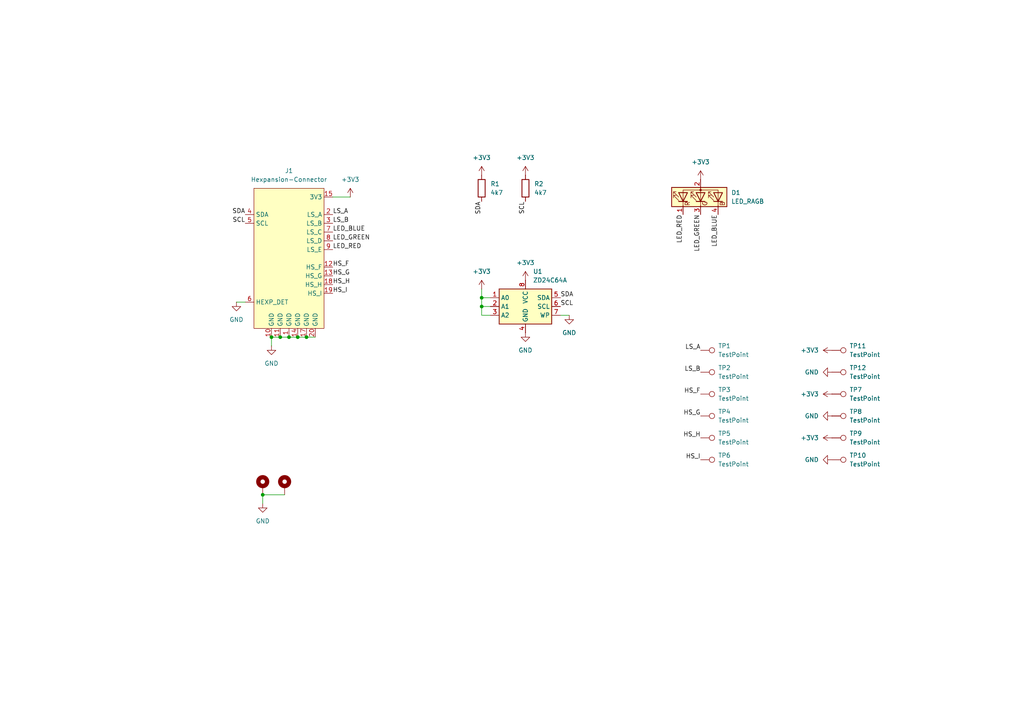
<source format=kicad_sch>
(kicad_sch (version 20231120) (generator "eeschema") (generator_version "8.0")
  (paper "A4")
  (lib_symbols
    (symbol "Connector:TestPoint" (pin_numbers hide) (pin_names (offset 0.762) hide)
      (property "Reference" "TP" (at 0 6.858 0))
      (property "Value" "TestPoint" (at 0 5.08 0))
      (symbol "TestPoint_0_1"
        (circle (center 0 3.302) (radius 0.762))
      )
      (symbol "TestPoint_1_1"
        (pin passive line (at 0 0 90) (length 2.54) (name "1") (number "1"))
      )
    )
    (symbol "Device:LED_RAGB" (pin_names (offset 0) hide)
      (property "Reference" "D" (at 0 9.398 0))
      (property "Value" "LED_RAGB" (at 0 -8.89 0))
      (symbol "LED_RAGB_0_0"
        (text "B" (at -1.905 -6.35 0) (effects (font (size 1.27 1.27))))
        (text "G" (at -1.905 -1.27 0) (effects (font (size 1.27 1.27))))
        (text "R" (at -1.905 3.81 0) (effects (font (size 1.27 1.27))))
      )
      (symbol "LED_RAGB_0_1"
        (polyline (pts (xy -1.27 -5.08) (xy -2.54 -5.08)))
        (polyline (pts (xy -1.27 -5.08) (xy 1.27 -5.08)))
        (polyline (pts (xy -1.27 -3.81) (xy -1.27 -6.35)) (stroke (width 0.254)))
        (polyline (pts (xy -1.27 0) (xy -2.54 0)))
        (polyline (pts (xy -1.27 1.27) (xy -1.27 -1.27)) (stroke (width 0.254)))
        (polyline (pts (xy -1.27 5.08) (xy -2.54 5.08)))
        (polyline (pts (xy -1.27 5.08) (xy 1.27 5.08)))
        (polyline (pts (xy -1.27 6.35) (xy -1.27 3.81)) (stroke (width 0.254)))
        (polyline (pts (xy 1.27 0) (xy -1.27 0)))
        (polyline (pts (xy 1.27 0) (xy 2.54 0)))
        (polyline (pts (xy -1.27 1.27) (xy -1.27 -1.27) (xy -1.27 -1.27)))
        (polyline (pts (xy -1.27 6.35) (xy -1.27 3.81) (xy -1.27 3.81)))
        (polyline (pts (xy 1.27 -5.08) (xy 2.032 -5.08) (xy 2.032 5.08) (xy 1.27 5.08)))
        (polyline (pts (xy 1.27 -3.81) (xy 1.27 -6.35) (xy -1.27 -5.08) (xy 1.27 -3.81)) (stroke (width 0.254)))
        (polyline (pts (xy 1.27 1.27) (xy 1.27 -1.27) (xy -1.27 0) (xy 1.27 1.27)) (stroke (width 0.254)))
        (polyline (pts (xy 1.27 6.35) (xy 1.27 3.81) (xy -1.27 5.08) (xy 1.27 6.35)) (stroke (width 0.254)))
        (polyline (pts (xy -1.016 -3.81) (xy 0.508 -2.286) (xy -0.254 -2.286) (xy 0.508 -2.286) (xy 0.508 -3.048)))
        (polyline (pts (xy -1.016 1.27) (xy 0.508 2.794) (xy -0.254 2.794) (xy 0.508 2.794) (xy 0.508 2.032)))
        (polyline (pts (xy -1.016 6.35) (xy 0.508 7.874) (xy -0.254 7.874) (xy 0.508 7.874) (xy 0.508 7.112)))
        (polyline (pts (xy 0 -3.81) (xy 1.524 -2.286) (xy 0.762 -2.286) (xy 1.524 -2.286) (xy 1.524 -3.048)))
        (polyline (pts (xy 0 1.27) (xy 1.524 2.794) (xy 0.762 2.794) (xy 1.524 2.794) (xy 1.524 2.032)))
        (polyline (pts (xy 0 6.35) (xy 1.524 7.874) (xy 0.762 7.874) (xy 1.524 7.874) (xy 1.524 7.112)))
        (rectangle (start 1.27 -1.27) (end 1.27 1.27))
        (rectangle (start 1.27 1.27) (end 1.27 1.27))
        (rectangle (start 1.27 3.81) (end 1.27 6.35))
        (rectangle (start 1.27 6.35) (end 1.27 6.35))
        (circle (center 2.032 0) (radius 0.254) (fill (type outline)))
        (rectangle (start 2.794 8.382) (end -2.794 -7.62) (stroke (width 0.254)) (fill (type background)))
      )
      (symbol "LED_RAGB_1_1"
        (pin passive line (at -5.08 5.08 0) (length 2.54) (name "RK") (number "1"))
        (pin passive line (at 5.08 0 180) (length 2.54) (name "A") (number "2"))
        (pin passive line (at -5.08 0 0) (length 2.54) (name "GK") (number "3"))
        (pin passive line (at -5.08 -5.08 0) (length 2.54) (name "BK") (number "4"))
      )
    )
    (symbol "Device:R" (pin_numbers hide) (pin_names (offset 0))
      (property "Reference" "R" (at 2.032 0 90))
      (property "Value" "R" (at 0 0 90))
      (symbol "R_0_1"
        (rectangle (start -1.016 -2.54) (end 1.016 2.54) (stroke (width 0.254)))
      )
      (symbol "R_1_1"
        (pin passive line (at 0 3.81 270) (length 1.27) (name "~") (number "1"))
        (pin passive line (at 0 -3.81 90) (length 1.27) (name "~") (number "2"))
      )
    )
    (symbol "Mechanical:MountingHole_Pad" (pin_numbers hide) (pin_names (offset 1.016) hide)
      (property "Reference" "H" (at 0 6.35 0))
      (property "Value" "MountingHole_Pad" (at 0 4.445 0))
      (symbol "MountingHole_Pad_0_1"
        (circle (center 0 1.27) (radius 1.27) (stroke (width 1.27)))
      )
      (symbol "MountingHole_Pad_1_1"
        (pin input line (at 0 -2.54 90) (length 2.54) (name "1") (number "1"))
      )
    )
    (symbol "ZD24C64A_1"
      (property "Reference" "U" (at 0 0 0))
      (property "Value" "ZD24C64A" (at 0 0 0))
      (symbol "ZD24C64A_1_1_1"
        (rectangle (start -7.62 5.08) (end 7.62 -5.08) (stroke (width 0.254)) (fill (type background)))
        (pin input line (at -10.16 2.54 0) (length 2.54) (name "A0") (number "1"))
        (pin input line (at -10.16 0 0) (length 2.54) (name "A1") (number "2"))
        (pin input line (at -10.16 -2.54 0) (length 2.54) (name "A2") (number "3"))
        (pin power_in line (at 0 -7.62 90) (length 2.54) (name "GND") (number "4"))
        (pin bidirectional line (at 10.16 2.54 180) (length 2.54) (name "SDA") (number "5"))
        (pin input line (at 10.16 0 180) (length 2.54) (name "SCL") (number "6"))
        (pin input line (at 10.16 -2.54 180) (length 2.54) (name "WP") (number "7"))
        (pin power_in line (at 0 7.62 270) (length 2.54) (name "VCC") (number "8"))
      )
    )
    (symbol "power:+3V3" (power) (pin_numbers hide) (pin_names (offset 0) hide)
      (property "Value" "+3V3" (at 0 3.556 0))
      (symbol "+3V3_0_1"
        (polyline (pts (xy -0.762 1.27) (xy 0 2.54)))
        (polyline (pts (xy 0 0) (xy 0 2.54)))
        (polyline (pts (xy 0 2.54) (xy 0.762 1.27)))
      )
      (symbol "+3V3_1_1"
        (pin power_in line (at 0 0 90) (length 0) (name "~") (number "1"))
      )
    )
    (symbol "power:GND" (power) (pin_numbers hide) (pin_names (offset 0) hide)
      (property "Value" "GND" (at 0 -3.81 0))
      (symbol "GND_0_1"
        (polyline (pts (xy 0 0) (xy 0 -1.27) (xy 1.27 -1.27) (xy 0 -2.54) (xy -1.27 -1.27) (xy 0 -1.27)))
      )
      (symbol "GND_1_1"
        (pin power_in line (at 0 0 270) (length 0) (name "~") (number "1"))
      )
    )
    (symbol "tildagon:hexpansion-edge-connector" (in_bom no)
      (property "Reference" "J" (at -6.35 17.78 0))
      (property "Value" "Hexpansion-Connector" (at 0 21.59 0))
      (symbol "hexpansion-edge-connector_1_1"
        (rectangle (start -10.16 20.32) (end 10.16 -20.32) (fill (type background)))
        (pin power_out line (at 0 -22.86 90) (length 2.54) (name "GND") (number "1"))
        (pin passive line (at -5.08 -22.86 90) (length 2.54) (name "GND") (number "10"))
        (pin passive line (at -2.54 -22.86 90) (length 2.54) (name "GND") (number "11"))
        (pin bidirectional line (at 12.7 -2.54 180) (length 2.54) (name "HS_F") (number "12"))
        (pin bidirectional line (at 12.7 -5.08 180) (length 2.54) (name "HS_G") (number "13"))
        (pin passive line (at 2.54 -22.86 90) (length 2.54) (name "GND") (number "14"))
        (pin power_out line (at 12.7 17.78 180) (length 2.54) (name "3V3") (number "15"))
        (pin passive line (at 12.7 17.78 180) (length 2.54) hide (name "3V3") (number "16"))
        (pin passive line (at 5.08 -22.86 90) (length 2.54) (name "GND") (number "17"))
        (pin bidirectional line (at 12.7 -7.62 180) (length 2.54) (name "HS_H") (number "18"))
        (pin bidirectional line (at 12.7 -10.16 180) (length 2.54) (name "HS_I") (number "19"))
        (pin bidirectional line (at 12.7 12.7 180) (length 2.54) (name "LS_A") (number "2"))
        (pin passive line (at 7.62 -22.86 90) (length 2.54) (name "GND") (number "20"))
        (pin bidirectional line (at 12.7 10.16 180) (length 2.54) (name "LS_B") (number "3"))
        (pin bidirectional line (at -12.7 12.7 0) (length 2.54) (name "SDA") (number "4"))
        (pin output line (at -12.7 10.16 0) (length 2.54) (name "SCL") (number "5"))
        (pin bidirectional line (at -12.7 -12.7 0) (length 2.54) (name "HEXP_DET") (number "6"))
        (pin bidirectional line (at 12.7 7.62 180) (length 2.54) (name "LS_C") (number "7"))
        (pin bidirectional line (at 12.7 5.08 180) (length 2.54) (name "LS_D") (number "8"))
        (pin bidirectional line (at 12.7 2.54 180) (length 2.54) (name "LS_E") (number "9"))
      )
    )
  )
  (junction (at 88.9 97.79))
  (junction (at 139.7 86.36))
  (junction (at 81.28 97.79))
  (junction (at 86.36 97.79))
  (junction (at 83.82 97.79))
  (junction (at 78.74 97.79))
  (junction (at 139.7 88.9))
  (junction (at 76.2 143.51))
  (wire (pts (xy 76.2 143.51) (xy 82.55 143.51)))
  (wire (pts (xy 81.28 97.79) (xy 83.82 97.79)))
  (wire (pts (xy 83.82 97.79) (xy 86.36 97.79)))
  (wire (pts (xy 76.2 143.51) (xy 76.2 146.05)))
  (wire (pts (xy 86.36 97.79) (xy 88.9 97.79)))
  (wire (pts (xy 162.56 91.44) (xy 165.1 91.44)))
  (wire (pts (xy 139.7 83.82) (xy 139.7 86.36)))
  (wire (pts (xy 78.74 97.79) (xy 78.74 100.33)))
  (wire (pts (xy 139.7 88.9) (xy 142.24 88.9)))
  (wire (pts (xy 96.52 57.15) (xy 101.6 57.15)))
  (wire (pts (xy 68.58 87.63) (xy 71.12 87.63)))
  (wire (pts (xy 139.7 86.36) (xy 139.7 88.9)))
  (wire (pts (xy 139.7 88.9) (xy 139.7 91.44)))
  (wire (pts (xy 139.7 86.36) (xy 142.24 86.36)))
  (wire (pts (xy 88.9 97.79) (xy 91.44 97.79)))
  (wire (pts (xy 139.7 91.44) (xy 142.24 91.44)))
  (wire (pts (xy 78.74 97.79) (xy 81.28 97.79)))
  (label "SCL" (at 152.4 58.42 270))
  (label "LS_A" (at 96.52 62.23 0))
  (label "HS_G" (at 203.2 120.65 180))
  (label "HS_H" (at 203.2 127 180))
  (label "HS_I" (at 203.2 133.35 180))
  (label "LED_RED" (at 96.52 72.39 0))
  (label "LS_B" (at 96.52 64.77 0))
  (label "HS_F" (at 203.2 114.3 180))
  (label "LS_A" (at 203.2 101.6 180))
  (label "SCL" (at 71.12 64.77 180))
  (label "LED_RED" (at 198.12 62.23 270))
  (label "LS_B" (at 203.2 107.95 180))
  (label "SCL" (at 162.56 88.9 0))
  (label "SDA" (at 71.12 62.23 180))
  (label "SDA" (at 162.56 86.36 0))
  (label "LED_BLUE" (at 208.28 62.23 270))
  (label "HS_F" (at 96.52 77.47 0))
  (label "LED_BLUE" (at 96.52 67.31 0))
  (label "SDA" (at 139.7 58.42 270))
  (label "HS_G" (at 96.52 80.01 0))
  (label "HS_H" (at 96.52 82.55 0))
  (label "LED_GREEN" (at 96.52 69.85 0))
  (label "HS_I" (at 96.52 85.09 0))
  (label "LED_GREEN" (at 203.2 62.23 270))
  (symbol (lib_id "power:GND") (at 165.1 91.44 0) (unit 1)
    (property "Reference" "#PWR011" (effects (hide yes)))
    (property "Value" "GND" (at 165.1 96.52 0))
    (property "Description" "Power symbol creates a global label with name \"GND\" , ground" (effects (hide yes)))
  )
  (symbol (lib_id "power:GND") (at 241.3 107.95 270) (unit 1)
    (property "Reference" "#PWR016" (effects (hide yes)))
    (property "Value" "GND" (at 237.49 107.9499 90) (effects (justify right)))
    (property "Description" "Power symbol creates a global label with name \"GND\" , ground" (effects (hide yes)))
  )
  (symbol (lib_id "power:+3V3") (at 203.2 52.07 0) (unit 1)
    (property "Reference" "#PWR013" (effects (hide yes)))
    (property "Value" "+3V3" (at 203.2 46.99 0))
    (property "Description" "Power symbol creates a global label with name \"+3V3\"" (effects (hide yes)))
  )
  (symbol (lib_id "power:+3V3") (at 241.3 127 90) (unit 1)
    (property "Reference" "#PWR015" (effects (hide yes)))
    (property "Value" "+3V3" (at 237.49 126.9999 90) (effects (justify left)))
    (property "Description" "Power symbol creates a global label with name \"+3V3\"" (effects (hide yes)))
  )
  (symbol (lib_id "Connector:TestPoint") (at 241.3 120.65 270) (unit 1)
    (property "Reference" "TP8" (at 246.38 119.3799 90) (effects (justify left)))
    (property "Value" "TestPoint" (at 246.38 121.9199 90) (effects (justify left)))
    (property "Footprint" "TestPoint:TestPoint_Pad_D1.0mm" (effects (hide yes)))
    (property "Description" "test point" (effects (hide yes)))
  )
  (symbol (lib_id "power:GND") (at 241.3 120.65 270) (unit 1)
    (property "Reference" "#PWR04" (effects (hide yes)))
    (property "Value" "GND" (at 237.49 120.6499 90) (effects (justify right)))
    (property "Description" "Power symbol creates a global label with name \"GND\" , ground" (effects (hide yes)))
  )
  (symbol (lib_id "power:+3V3") (at 241.3 101.6 90) (unit 1)
    (property "Reference" "#PWR017" (effects (hide yes)))
    (property "Value" "+3V3" (at 237.49 101.5999 90) (effects (justify left)))
    (property "Description" "Power symbol creates a global label with name \"+3V3\"" (effects (hide yes)))
  )
  (symbol (lib_id "power:+3V3") (at 101.6 57.15 0) (unit 1)
    (property "Reference" "#PWR05" (effects (hide yes)))
    (property "Value" "+3V3" (at 101.6 52.07 0))
    (property "Description" "Power symbol creates a global label with name \"+3V3\"" (effects (hide yes)))
  )
  (symbol (lib_id "Mechanical:MountingHole_Pad") (at 76.2 140.97 0) (unit 1)
    (property "Reference" "H1" (effects (hide yes)))
    (property "Value" "MountingHole_Pad" (effects (hide yes)))
    (property "Footprint" "MountingHole:MountingHole_2.2mm_M2_Pad_Via" (effects (hide yes)))
  )
  (symbol (lib_id "Connector:TestPoint") (at 203.2 120.65 270) (unit 1)
    (property "Reference" "TP4" (at 208.28 119.3799 90) (effects (justify left)))
    (property "Value" "TestPoint" (at 208.28 121.9199 90) (effects (justify left)))
    (property "Footprint" "TestPoint:TestPoint_Pad_D1.0mm" (effects (hide yes)))
    (property "Description" "test point" (effects (hide yes)))
  )
  (symbol (lib_id "Device:LED_RAGB") (at 203.2 57.15 90) (unit 1)
    (property "Reference" "D1" (at 212.09 55.8799 90) (effects (justify right)))
    (property "Value" "LED_RAGB" (at 212.09 58.4199 90) (effects (justify right)))
    (property "Footprint" "LED_THT:LED_D5.0mm-4_RGB" (effects (hide yes)))
    (property "Description" "RGB LED, red/anode/green/blue" (effects (hide yes)))
  )
  (symbol (lib_id "power:GND") (at 78.74 100.33 0) (unit 1)
    (property "Reference" "#PWR01" (effects (hide yes)))
    (property "Value" "GND" (at 78.74 105.41 0))
    (property "Description" "Power symbol creates a global label with name \"GND\" , ground" (effects (hide yes)))
  )
  (symbol (lib_id "Connector:TestPoint") (at 203.2 114.3 270) (unit 1)
    (property "Reference" "TP3" (at 208.28 113.0299 90) (effects (justify left)))
    (property "Value" "TestPoint" (at 208.28 115.5699 90) (effects (justify left)))
    (property "Footprint" "TestPoint:TestPoint_Pad_D1.0mm" (effects (hide yes)))
    (property "Description" "test point" (effects (hide yes)))
  )
  (symbol (lib_id "Connector:TestPoint") (at 203.2 127 270) (unit 1)
    (property "Reference" "TP5" (at 208.28 125.7299 90) (effects (justify left)))
    (property "Value" "TestPoint" (at 208.28 128.2699 90) (effects (justify left)))
    (property "Footprint" "TestPoint:TestPoint_Pad_D1.0mm" (effects (hide yes)))
    (property "Description" "test point" (effects (hide yes)))
  )
  (symbol (lib_name "ZD24C64A_1") (lib_id "hexpansion:ZD24C64A") (at 152.4 88.9 0) (unit 1)
    (property "Reference" "U1" (at 154.5941 78.74 0) (effects (justify left)))
    (property "Value" "ZD24C64A" (at 154.5941 81.28 0) (effects (justify left)))
    (property "Footprint" "Package_SO:TSSOP-8_4.4x3mm_P0.65mm" (effects (hide yes)))
    (property "Datasheet" "https://www.lcsc.com/datasheet/lcsc_datasheet_2108150430_Zetta-ZD24C64A-XGMT_C2875852.pdf" (effects (hide yes)))
    (property "Description" "64Kbit 1MHz I2C TSSOP-8 EEPROM ROHS " (effects (hide yes)))
    (property "LCSC" "C2875852" (effects (hide yes)))
  )
  (symbol (lib_id "power:GND") (at 76.2 146.05 0) (unit 1)
    (property "Reference" "#PWR02" (effects (hide yes)))
    (property "Value" "GND" (at 76.2 151.13 0))
    (property "Description" "Power symbol creates a global label with name \"GND\" , ground" (effects (hide yes)))
  )
  (symbol (lib_id "Mechanical:MountingHole_Pad") (at 82.55 140.97 0) (unit 1)
    (property "Reference" "H2" (effects (hide yes)))
    (property "Value" "MountingHole_Pad" (effects (hide yes)))
    (property "Footprint" "MountingHole:MountingHole_2.2mm_M2_Pad_Via" (effects (hide yes)))
  )
  (symbol (lib_id "Connector:TestPoint") (at 203.2 107.95 270) (unit 1)
    (property "Reference" "TP2" (at 208.28 106.6799 90) (effects (justify left)))
    (property "Value" "TestPoint" (at 208.28 109.2199 90) (effects (justify left)))
    (property "Footprint" "TestPoint:TestPoint_Pad_1.0x1.0mm" (effects (hide yes)))
    (property "Description" "test point" (effects (hide yes)))
  )
  (symbol (lib_id "power:+3V3") (at 139.7 50.8 0) (unit 1)
    (property "Reference" "#PWR07" (effects (hide yes)))
    (property "Value" "+3V3" (at 139.7 45.72 0))
    (property "Description" "Power symbol creates a global label with name \"+3V3\"" (effects (hide yes)))
  )
  (symbol (lib_id "tildagon:hexpansion-edge-connector") (at 83.82 74.93 0) (unit 1) (exclude_from_sim yes) (in_bom no)
    (property "Reference" "J1" (at 83.82 49.53 0))
    (property "Value" "Hexpansion-Connector" (at 83.82 52.07 0))
    (property "Footprint" "tildagon:hexpansion-edge-connector" (effects (hide yes)))
  )
  (symbol (lib_id "power:GND") (at 241.3 133.35 270) (unit 1)
    (property "Reference" "#PWR06" (effects (hide yes)))
    (property "Value" "GND" (at 237.49 133.3499 90) (effects (justify right)))
    (property "Description" "Power symbol creates a global label with name \"GND\" , ground" (effects (hide yes)))
  )
  (symbol (lib_id "Connector:TestPoint") (at 241.3 101.6 270) (unit 1)
    (property "Reference" "TP11" (at 246.38 100.3299 90) (effects (justify left)))
    (property "Value" "TestPoint" (at 246.38 102.8699 90) (effects (justify left)))
    (property "Footprint" "TestPoint:TestPoint_Pad_1.0x1.0mm" (effects (hide yes)))
    (property "Description" "test point" (effects (hide yes)))
  )
  (symbol (lib_id "power:GND") (at 68.58 87.63 0) (unit 1)
    (property "Reference" "#PWR03" (effects (hide yes)))
    (property "Value" "GND" (at 68.58 92.71 0))
    (property "Description" "Power symbol creates a global label with name \"GND\" , ground" (effects (hide yes)))
  )
  (symbol (lib_id "power:+3V3") (at 152.4 50.8 0) (unit 1)
    (property "Reference" "#PWR08" (effects (hide yes)))
    (property "Value" "+3V3" (at 152.4 45.72 0))
    (property "Description" "Power symbol creates a global label with name \"+3V3\"" (effects (hide yes)))
  )
  (symbol (lib_id "Connector:TestPoint") (at 203.2 133.35 270) (unit 1)
    (property "Reference" "TP6" (at 208.28 132.0799 90) (effects (justify left)))
    (property "Value" "TestPoint" (at 208.28 134.6199 90) (effects (justify left)))
    (property "Footprint" "TestPoint:TestPoint_Pad_D1.0mm" (effects (hide yes)))
    (property "Description" "test point" (effects (hide yes)))
  )
  (symbol (lib_id "Connector:TestPoint") (at 241.3 127 270) (unit 1)
    (property "Reference" "TP9" (at 246.38 125.7299 90) (effects (justify left)))
    (property "Value" "TestPoint" (at 246.38 128.2699 90) (effects (justify left)))
    (property "Footprint" "TestPoint:TestPoint_Pad_D1.0mm" (effects (hide yes)))
    (property "Description" "test point" (effects (hide yes)))
  )
  (symbol (lib_id "Connector:TestPoint") (at 241.3 107.95 270) (unit 1)
    (property "Reference" "TP12" (at 246.38 106.6799 90) (effects (justify left)))
    (property "Value" "TestPoint" (at 246.38 109.2199 90) (effects (justify left)))
    (property "Footprint" "TestPoint:TestPoint_Pad_1.0x1.0mm" (effects (hide yes)))
    (property "Description" "test point" (effects (hide yes)))
  )
  (symbol (lib_id "Device:R") (at 139.7 54.61 0) (unit 1)
    (property "Reference" "R1" (at 142.24 53.3399 0) (effects (justify left)))
    (property "Value" "4k7" (at 142.24 55.8799 0) (effects (justify left)))
    (property "Footprint" "Resistor_SMD:R_0805_2012Metric" (effects (hide yes)))
    (property "Description" "Resistor" (effects (hide yes)))
    (property "LCSC" "C3017854" (effects (hide yes)))
  )
  (symbol (lib_id "Connector:TestPoint") (at 241.3 133.35 270) (unit 1)
    (property "Reference" "TP10" (at 246.38 132.0799 90) (effects (justify left)))
    (property "Value" "TestPoint" (at 246.38 134.6199 90) (effects (justify left)))
    (property "Footprint" "TestPoint:TestPoint_Pad_D1.0mm" (effects (hide yes)))
    (property "Description" "test point" (effects (hide yes)))
  )
  (symbol (lib_id "power:+3V3") (at 241.3 114.3 90) (unit 1)
    (property "Reference" "#PWR014" (effects (hide yes)))
    (property "Value" "+3V3" (at 237.49 114.2999 90) (effects (justify left)))
    (property "Description" "Power symbol creates a global label with name \"+3V3\"" (effects (hide yes)))
  )
  (symbol (lib_id "power:+3V3") (at 139.7 83.82 0) (unit 1)
    (property "Reference" "#PWR012" (effects (hide yes)))
    (property "Value" "+3V3" (at 139.7 78.74 0))
    (property "Description" "Power symbol creates a global label with name \"+3V3\"" (effects (hide yes)))
  )
  (symbol (lib_id "power:+3V3") (at 152.4 81.28 0) (unit 1)
    (property "Reference" "#PWR09" (effects (hide yes)))
    (property "Value" "+3V3" (at 152.4 76.2 0))
    (property "Description" "Power symbol creates a global label with name \"+3V3\"" (effects (hide yes)))
  )
  (symbol (lib_id "Connector:TestPoint") (at 241.3 114.3 270) (unit 1)
    (property "Reference" "TP7" (at 246.38 113.0299 90) (effects (justify left)))
    (property "Value" "TestPoint" (at 246.38 115.5699 90) (effects (justify left)))
    (property "Footprint" "TestPoint:TestPoint_Pad_D1.0mm" (effects (hide yes)))
    (property "Description" "test point" (effects (hide yes)))
  )
  (symbol (lib_id "Connector:TestPoint") (at 203.2 101.6 270) (unit 1)
    (property "Reference" "TP1" (at 208.28 100.3299 90) (effects (justify left)))
    (property "Value" "TestPoint" (at 208.28 102.8699 90) (effects (justify left)))
    (property "Footprint" "TestPoint:TestPoint_Pad_1.0x1.0mm" (effects (hide yes)))
    (property "Description" "test point" (effects (hide yes)))
  )
  (symbol (lib_id "power:GND") (at 152.4 96.52 0) (unit 1)
    (property "Reference" "#PWR010" (effects (hide yes)))
    (property "Value" "GND" (at 152.4 101.6 0))
    (property "Description" "Power symbol creates a global label with name \"GND\" , ground" (effects (hide yes)))
  )
  (symbol (lib_id "Device:R") (at 152.4 54.61 0) (unit 1)
    (property "Reference" "R2" (at 154.94 53.3399 0) (effects (justify left)))
    (property "Value" "4k7" (at 154.94 55.8799 0) (effects (justify left)))
    (property "Footprint" "Resistor_SMD:R_0805_2012Metric" (effects (hide yes)))
    (property "Description" "Resistor" (effects (hide yes)))
    (property "LCSC" "C3017854" (effects (hide yes)))
  )
)
</source>
